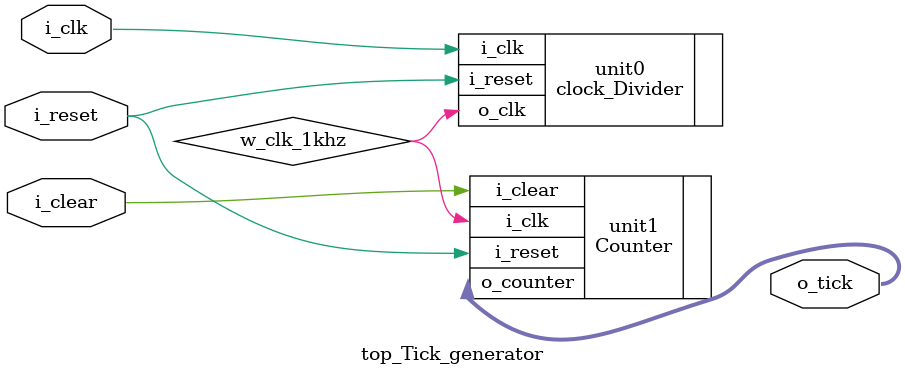
<source format=v>
`timescale 1ns / 1ps

module top_Tick_generator
(
    input i_clk,
    input i_reset,
    input i_clear,
    output [13:0] o_tick
);

    wire w_clk_1khz;

    clock_Divider unit0
    (
        .i_clk(i_clk),
        .i_reset(i_reset),
        .o_clk(w_clk_1khz)
    );    
    
    
    Counter unit1
    (
        .i_clk(w_clk_1khz),
        .i_reset(i_reset),
        .i_clear(i_clear),
        .o_counter(o_tick)
    );
endmodule

</source>
